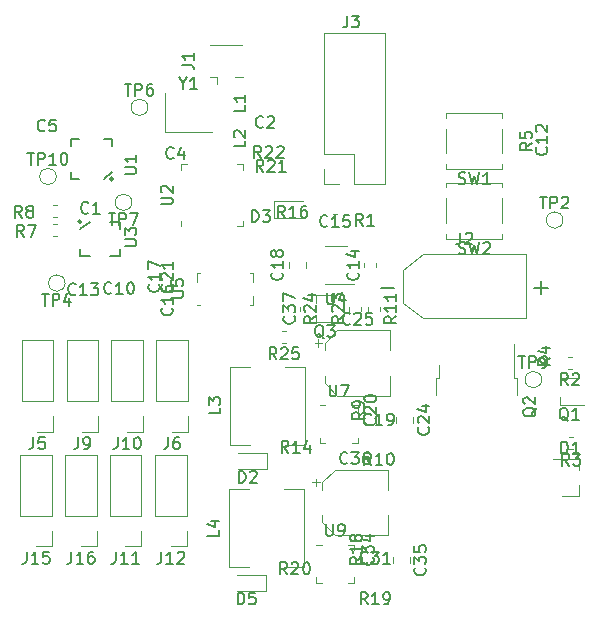
<source format=gto>
G04 #@! TF.GenerationSoftware,KiCad,Pcbnew,5.1.6*
G04 #@! TF.CreationDate,2020-08-22T22:17:50-04:00*
G04 #@! TF.ProjectId,ball-spider,62616c6c-2d73-4706-9964-65722e6b6963,rev?*
G04 #@! TF.SameCoordinates,Original*
G04 #@! TF.FileFunction,Legend,Top*
G04 #@! TF.FilePolarity,Positive*
%FSLAX46Y46*%
G04 Gerber Fmt 4.6, Leading zero omitted, Abs format (unit mm)*
G04 Created by KiCad (PCBNEW 5.1.6) date 2020-08-22 22:17:50*
%MOMM*%
%LPD*%
G01*
G04 APERTURE LIST*
%ADD10C,0.120000*%
%ADD11C,0.150000*%
G04 APERTURE END LIST*
D10*
X57565000Y-130590000D02*
X57090000Y-130590000D01*
X60310000Y-133810000D02*
X60310000Y-133335000D01*
X59835000Y-133810000D02*
X60310000Y-133810000D01*
X57090000Y-133810000D02*
X57090000Y-133335000D01*
X57565000Y-133810000D02*
X57090000Y-133810000D01*
X60310000Y-130590000D02*
X60310000Y-131065000D01*
X59835000Y-130590000D02*
X60310000Y-130590000D01*
X57865000Y-118790000D02*
X57390000Y-118790000D01*
X60610000Y-122010000D02*
X60610000Y-121535000D01*
X60135000Y-122010000D02*
X60610000Y-122010000D01*
X57390000Y-122010000D02*
X57390000Y-121535000D01*
X57865000Y-122010000D02*
X57390000Y-122010000D01*
X60610000Y-118790000D02*
X60610000Y-119265000D01*
X60135000Y-118790000D02*
X60610000Y-118790000D01*
X57890000Y-108490000D02*
X60340000Y-108490000D01*
X59690000Y-105270000D02*
X57890000Y-105270000D01*
X35100000Y-99400000D02*
G75*
G03*
X35100000Y-99400000I-700000J0D01*
G01*
X76200000Y-116600000D02*
G75*
G03*
X76200000Y-116600000I-700000J0D01*
G01*
X78000000Y-103100000D02*
G75*
G03*
X78000000Y-103100000I-700000J0D01*
G01*
X72870000Y-101270000D02*
X72870000Y-103330000D01*
X68130000Y-101270000D02*
X68130000Y-103330000D01*
X68130000Y-99930000D02*
X68130000Y-100330000D01*
X72870000Y-99930000D02*
X68130000Y-99930000D01*
X72870000Y-99930000D02*
X72870000Y-100330000D01*
X68130000Y-104670000D02*
X68130000Y-104270000D01*
X72870000Y-104670000D02*
X72870000Y-104270000D01*
X72870000Y-104670000D02*
X68130000Y-104670000D01*
X72870000Y-95370000D02*
X72870000Y-97430000D01*
X68130000Y-95370000D02*
X68130000Y-97430000D01*
X68130000Y-94030000D02*
X68130000Y-94430000D01*
X72870000Y-94030000D02*
X68130000Y-94030000D01*
X72870000Y-94030000D02*
X72870000Y-94430000D01*
X68130000Y-98770000D02*
X68130000Y-98370000D01*
X72870000Y-98770000D02*
X72870000Y-98370000D01*
X72870000Y-98770000D02*
X68130000Y-98770000D01*
X54550279Y-112490000D02*
X54224721Y-112490000D01*
X54550279Y-113510000D02*
X54224721Y-113510000D01*
X54690000Y-110437221D02*
X54690000Y-110762779D01*
X55710000Y-110437221D02*
X55710000Y-110762779D01*
X60910000Y-110762779D02*
X60910000Y-110437221D01*
X59890000Y-110762779D02*
X59890000Y-110437221D01*
X61490000Y-110437221D02*
X61490000Y-110762779D01*
X62510000Y-110437221D02*
X62510000Y-110762779D01*
X78762779Y-114690000D02*
X78437221Y-114690000D01*
X78762779Y-115710000D02*
X78437221Y-115710000D01*
X58480000Y-109440000D02*
X57070000Y-109440000D01*
X57070000Y-111760000D02*
X59100000Y-111760000D01*
X57070000Y-111760000D02*
X57070000Y-111100000D01*
X57070000Y-110100000D02*
X57070000Y-109440000D01*
X67520000Y-116430000D02*
X67520000Y-115330000D01*
X67250000Y-116430000D02*
X67520000Y-116430000D01*
X67250000Y-117930000D02*
X67250000Y-116430000D01*
X73880000Y-116430000D02*
X73880000Y-113600000D01*
X74150000Y-116430000D02*
X73880000Y-116430000D01*
X74150000Y-117930000D02*
X74150000Y-116430000D01*
X79180000Y-116440000D02*
X77770000Y-116440000D01*
X77770000Y-118760000D02*
X79800000Y-118760000D01*
X77770000Y-118760000D02*
X77770000Y-118100000D01*
X77770000Y-117100000D02*
X77770000Y-116440000D01*
X49700000Y-125900000D02*
X51400000Y-125900000D01*
X49700000Y-132500000D02*
X49700000Y-125900000D01*
X51400000Y-132500000D02*
X49700000Y-132500000D01*
X56100000Y-132500000D02*
X54400000Y-132500000D01*
X56100000Y-125900000D02*
X56100000Y-132500000D01*
X54400000Y-125900000D02*
X56100000Y-125900000D01*
X49800000Y-115500000D02*
X51500000Y-115500000D01*
X49800000Y-122100000D02*
X49800000Y-115500000D01*
X51500000Y-122100000D02*
X49800000Y-122100000D01*
X56200000Y-122100000D02*
X54500000Y-122100000D01*
X56200000Y-115500000D02*
X56200000Y-122100000D01*
X54500000Y-115500000D02*
X56200000Y-115500000D01*
X38530000Y-130730000D02*
X37200000Y-130730000D01*
X38530000Y-129400000D02*
X38530000Y-130730000D01*
X38530000Y-128130000D02*
X35870000Y-128130000D01*
X35870000Y-128130000D02*
X35870000Y-122990000D01*
X38530000Y-128130000D02*
X38530000Y-122990000D01*
X38530000Y-122990000D02*
X35870000Y-122990000D01*
X34730000Y-130730000D02*
X33400000Y-130730000D01*
X34730000Y-129400000D02*
X34730000Y-130730000D01*
X34730000Y-128130000D02*
X32070000Y-128130000D01*
X32070000Y-128130000D02*
X32070000Y-122990000D01*
X34730000Y-128130000D02*
X34730000Y-122990000D01*
X34730000Y-122990000D02*
X32070000Y-122990000D01*
X46130000Y-130730000D02*
X44800000Y-130730000D01*
X46130000Y-129400000D02*
X46130000Y-130730000D01*
X46130000Y-128130000D02*
X43470000Y-128130000D01*
X43470000Y-128130000D02*
X43470000Y-122990000D01*
X46130000Y-128130000D02*
X46130000Y-122990000D01*
X46130000Y-122990000D02*
X43470000Y-122990000D01*
X42290000Y-130730000D02*
X40960000Y-130730000D01*
X42290000Y-129400000D02*
X42290000Y-130730000D01*
X42290000Y-128130000D02*
X39630000Y-128130000D01*
X39630000Y-128130000D02*
X39630000Y-122990000D01*
X42290000Y-128130000D02*
X42290000Y-122990000D01*
X42290000Y-122990000D02*
X39630000Y-122990000D01*
X42430000Y-121030000D02*
X41100000Y-121030000D01*
X42430000Y-119700000D02*
X42430000Y-121030000D01*
X42430000Y-118430000D02*
X39770000Y-118430000D01*
X39770000Y-118430000D02*
X39770000Y-113290000D01*
X42430000Y-118430000D02*
X42430000Y-113290000D01*
X42430000Y-113290000D02*
X39770000Y-113290000D01*
X38630000Y-121030000D02*
X37300000Y-121030000D01*
X38630000Y-119700000D02*
X38630000Y-121030000D01*
X38630000Y-118430000D02*
X35970000Y-118430000D01*
X35970000Y-118430000D02*
X35970000Y-113290000D01*
X38630000Y-118430000D02*
X38630000Y-113290000D01*
X38630000Y-113290000D02*
X35970000Y-113290000D01*
X46230000Y-121030000D02*
X44900000Y-121030000D01*
X46230000Y-119700000D02*
X46230000Y-121030000D01*
X46230000Y-118430000D02*
X43570000Y-118430000D01*
X43570000Y-118430000D02*
X43570000Y-113290000D01*
X46230000Y-118430000D02*
X46230000Y-113290000D01*
X46230000Y-113290000D02*
X43570000Y-113290000D01*
X34830000Y-121030000D02*
X33500000Y-121030000D01*
X34830000Y-119700000D02*
X34830000Y-121030000D01*
X34830000Y-118430000D02*
X32170000Y-118430000D01*
X32170000Y-118430000D02*
X32170000Y-113290000D01*
X34830000Y-118430000D02*
X34830000Y-113290000D01*
X34830000Y-113290000D02*
X32170000Y-113290000D01*
X64450000Y-107300000D02*
X64450000Y-110120000D01*
X64450000Y-110120000D02*
X66150000Y-111420000D01*
X64450000Y-107300000D02*
X66150000Y-106000000D01*
X66150000Y-111420000D02*
X74870000Y-111420000D01*
X74870000Y-106000000D02*
X74870000Y-111420000D01*
X66150000Y-106000000D02*
X74870000Y-106000000D01*
X52885000Y-133115000D02*
X50400000Y-133115000D01*
X52885000Y-134485000D02*
X52885000Y-133115000D01*
X50400000Y-134485000D02*
X52885000Y-134485000D01*
X53515000Y-102885000D02*
X56000000Y-102885000D01*
X53515000Y-101515000D02*
X53515000Y-102885000D01*
X56000000Y-101515000D02*
X53515000Y-101515000D01*
X52985000Y-122815000D02*
X50500000Y-122815000D01*
X52985000Y-124185000D02*
X52985000Y-122815000D01*
X50500000Y-124185000D02*
X52985000Y-124185000D01*
X57087500Y-125002500D02*
X57087500Y-125627500D01*
X56775000Y-125315000D02*
X57400000Y-125315000D01*
X57640000Y-128695563D02*
X58704437Y-129760000D01*
X57640000Y-125304437D02*
X58704437Y-124240000D01*
X57640000Y-125304437D02*
X57640000Y-125940000D01*
X57640000Y-128695563D02*
X57640000Y-128060000D01*
X58704437Y-129760000D02*
X63160000Y-129760000D01*
X58704437Y-124240000D02*
X63160000Y-124240000D01*
X63160000Y-124240000D02*
X63160000Y-125940000D01*
X63160000Y-129760000D02*
X63160000Y-128060000D01*
X63590000Y-131641422D02*
X63590000Y-132158578D01*
X65010000Y-131641422D02*
X65010000Y-132158578D01*
X57287500Y-113202500D02*
X57287500Y-113827500D01*
X56975000Y-113515000D02*
X57600000Y-113515000D01*
X57840000Y-116895563D02*
X58904437Y-117960000D01*
X57840000Y-113504437D02*
X58904437Y-112440000D01*
X57840000Y-113504437D02*
X57840000Y-114140000D01*
X57840000Y-116895563D02*
X57840000Y-116260000D01*
X58904437Y-117960000D02*
X63360000Y-117960000D01*
X58904437Y-112440000D02*
X63360000Y-112440000D01*
X63360000Y-112440000D02*
X63360000Y-114140000D01*
X63360000Y-117960000D02*
X63360000Y-116260000D01*
X63890000Y-119741422D02*
X63890000Y-120258578D01*
X65310000Y-119741422D02*
X65310000Y-120258578D01*
X56210000Y-107158578D02*
X56210000Y-106641422D01*
X54790000Y-107158578D02*
X54790000Y-106641422D01*
X62210000Y-107062779D02*
X62210000Y-106737221D01*
X61190000Y-107062779D02*
X61190000Y-106737221D01*
X51750000Y-110250000D02*
X51500000Y-110250000D01*
X51750000Y-109500000D02*
X51750000Y-110250000D01*
X51750000Y-107550000D02*
X51500000Y-107550000D01*
X51750000Y-108300000D02*
X51750000Y-107550000D01*
X47050000Y-110250000D02*
X47300000Y-110250000D01*
X47050000Y-107550000D02*
X47300000Y-107550000D01*
X47050000Y-108300000D02*
X47050000Y-107550000D01*
X78850279Y-121490000D02*
X78524721Y-121490000D01*
X78850279Y-122510000D02*
X78524721Y-122510000D01*
X79360000Y-126480000D02*
X77900000Y-126480000D01*
X79360000Y-123320000D02*
X77200000Y-123320000D01*
X79360000Y-123320000D02*
X79360000Y-124250000D01*
X79360000Y-126480000D02*
X79360000Y-125550000D01*
X41500000Y-101600000D02*
G75*
G03*
X41500000Y-101600000I-700000J0D01*
G01*
X42850000Y-93550000D02*
G75*
G03*
X42850000Y-93550000I-700000J0D01*
G01*
X35850000Y-108430000D02*
G75*
G03*
X35850000Y-108430000I-700000J0D01*
G01*
D11*
X37240000Y-103230000D02*
G75*
G03*
X37240000Y-103230000I-150000J0D01*
G01*
X40490000Y-103230000D02*
X39640000Y-103230000D01*
X40490000Y-103830000D02*
X40490000Y-103230000D01*
X40490000Y-106130000D02*
X40490000Y-105530000D01*
X39640000Y-106130000D02*
X40490000Y-106130000D01*
X37940000Y-106130000D02*
X37090000Y-106130000D01*
X37090000Y-106130000D02*
X37090000Y-105530000D01*
X37090000Y-103830000D02*
X37940000Y-103230000D01*
D10*
X44300000Y-95650000D02*
X48300000Y-95650000D01*
X44300000Y-92350000D02*
X44300000Y-95650000D01*
X45690000Y-103135000D02*
X45690000Y-103610000D01*
X50910000Y-98390000D02*
X50435000Y-98390000D01*
X50910000Y-98865000D02*
X50910000Y-98390000D01*
X50910000Y-103610000D02*
X50435000Y-103610000D01*
X50910000Y-103135000D02*
X50910000Y-103610000D01*
X45690000Y-98390000D02*
X46165000Y-98390000D01*
X45690000Y-98865000D02*
X45690000Y-98390000D01*
D11*
X39940000Y-99630000D02*
G75*
G03*
X39940000Y-99630000I-150000J0D01*
G01*
X36390000Y-99630000D02*
X36995000Y-99630000D01*
X36390000Y-99025000D02*
X36390000Y-99630000D01*
X36390000Y-96230000D02*
X36390000Y-96835000D01*
X36995000Y-96230000D02*
X36390000Y-96230000D01*
X39185000Y-96230000D02*
X39790000Y-96230000D01*
X39790000Y-96230000D02*
X39790000Y-96835000D01*
X39790000Y-99025000D02*
X39185000Y-99630000D01*
D10*
X34807221Y-102810000D02*
X35132779Y-102810000D01*
X34807221Y-101790000D02*
X35132779Y-101790000D01*
X34817221Y-104410000D02*
X35142779Y-104410000D01*
X34817221Y-103390000D02*
X35142779Y-103390000D01*
X58537221Y-103610000D02*
X58862779Y-103610000D01*
X58537221Y-102590000D02*
X58862779Y-102590000D01*
X59060000Y-100070000D02*
X57730000Y-100070000D01*
X57730000Y-100070000D02*
X57730000Y-98740000D01*
X60330000Y-100070000D02*
X60330000Y-97470000D01*
X60330000Y-97470000D02*
X57730000Y-97470000D01*
X57730000Y-97470000D02*
X57730000Y-87250000D01*
X62930000Y-87250000D02*
X57730000Y-87250000D01*
X62930000Y-100070000D02*
X62930000Y-87250000D01*
X62930000Y-100070000D02*
X60330000Y-100070000D01*
X48100000Y-90985000D02*
X48740000Y-90985000D01*
X50900000Y-90985000D02*
X50260000Y-90985000D01*
X48740000Y-90985000D02*
X48740000Y-91615000D01*
X48150000Y-88265000D02*
X50850000Y-88265000D01*
D11*
X57938095Y-128832380D02*
X57938095Y-129641904D01*
X57985714Y-129737142D01*
X58033333Y-129784761D01*
X58128571Y-129832380D01*
X58319047Y-129832380D01*
X58414285Y-129784761D01*
X58461904Y-129737142D01*
X58509523Y-129641904D01*
X58509523Y-128832380D01*
X59033333Y-129832380D02*
X59223809Y-129832380D01*
X59319047Y-129784761D01*
X59366666Y-129737142D01*
X59461904Y-129594285D01*
X59509523Y-129403809D01*
X59509523Y-129022857D01*
X59461904Y-128927619D01*
X59414285Y-128880000D01*
X59319047Y-128832380D01*
X59128571Y-128832380D01*
X59033333Y-128880000D01*
X58985714Y-128927619D01*
X58938095Y-129022857D01*
X58938095Y-129260952D01*
X58985714Y-129356190D01*
X59033333Y-129403809D01*
X59128571Y-129451428D01*
X59319047Y-129451428D01*
X59414285Y-129403809D01*
X59461904Y-129356190D01*
X59509523Y-129260952D01*
X58238095Y-117032380D02*
X58238095Y-117841904D01*
X58285714Y-117937142D01*
X58333333Y-117984761D01*
X58428571Y-118032380D01*
X58619047Y-118032380D01*
X58714285Y-117984761D01*
X58761904Y-117937142D01*
X58809523Y-117841904D01*
X58809523Y-117032380D01*
X59190476Y-117032380D02*
X59857142Y-117032380D01*
X59428571Y-118032380D01*
X58028095Y-109232380D02*
X58028095Y-110041904D01*
X58075714Y-110137142D01*
X58123333Y-110184761D01*
X58218571Y-110232380D01*
X58409047Y-110232380D01*
X58504285Y-110184761D01*
X58551904Y-110137142D01*
X58599523Y-110041904D01*
X58599523Y-109232380D01*
X59504285Y-109565714D02*
X59504285Y-110232380D01*
X59266190Y-109184761D02*
X59028095Y-109899047D01*
X59647142Y-109899047D01*
X32661904Y-97404380D02*
X33233333Y-97404380D01*
X32947619Y-98404380D02*
X32947619Y-97404380D01*
X33566666Y-98404380D02*
X33566666Y-97404380D01*
X33947619Y-97404380D01*
X34042857Y-97452000D01*
X34090476Y-97499619D01*
X34138095Y-97594857D01*
X34138095Y-97737714D01*
X34090476Y-97832952D01*
X34042857Y-97880571D01*
X33947619Y-97928190D01*
X33566666Y-97928190D01*
X35090476Y-98404380D02*
X34519047Y-98404380D01*
X34804761Y-98404380D02*
X34804761Y-97404380D01*
X34709523Y-97547238D01*
X34614285Y-97642476D01*
X34519047Y-97690095D01*
X35709523Y-97404380D02*
X35804761Y-97404380D01*
X35900000Y-97452000D01*
X35947619Y-97499619D01*
X35995238Y-97594857D01*
X36042857Y-97785333D01*
X36042857Y-98023428D01*
X35995238Y-98213904D01*
X35947619Y-98309142D01*
X35900000Y-98356761D01*
X35804761Y-98404380D01*
X35709523Y-98404380D01*
X35614285Y-98356761D01*
X35566666Y-98309142D01*
X35519047Y-98213904D01*
X35471428Y-98023428D01*
X35471428Y-97785333D01*
X35519047Y-97594857D01*
X35566666Y-97499619D01*
X35614285Y-97452000D01*
X35709523Y-97404380D01*
X74238095Y-114604380D02*
X74809523Y-114604380D01*
X74523809Y-115604380D02*
X74523809Y-114604380D01*
X75142857Y-115604380D02*
X75142857Y-114604380D01*
X75523809Y-114604380D01*
X75619047Y-114652000D01*
X75666666Y-114699619D01*
X75714285Y-114794857D01*
X75714285Y-114937714D01*
X75666666Y-115032952D01*
X75619047Y-115080571D01*
X75523809Y-115128190D01*
X75142857Y-115128190D01*
X76190476Y-115604380D02*
X76380952Y-115604380D01*
X76476190Y-115556761D01*
X76523809Y-115509142D01*
X76619047Y-115366285D01*
X76666666Y-115175809D01*
X76666666Y-114794857D01*
X76619047Y-114699619D01*
X76571428Y-114652000D01*
X76476190Y-114604380D01*
X76285714Y-114604380D01*
X76190476Y-114652000D01*
X76142857Y-114699619D01*
X76095238Y-114794857D01*
X76095238Y-115032952D01*
X76142857Y-115128190D01*
X76190476Y-115175809D01*
X76285714Y-115223428D01*
X76476190Y-115223428D01*
X76571428Y-115175809D01*
X76619047Y-115128190D01*
X76666666Y-115032952D01*
X76038095Y-101104380D02*
X76609523Y-101104380D01*
X76323809Y-102104380D02*
X76323809Y-101104380D01*
X76942857Y-102104380D02*
X76942857Y-101104380D01*
X77323809Y-101104380D01*
X77419047Y-101152000D01*
X77466666Y-101199619D01*
X77514285Y-101294857D01*
X77514285Y-101437714D01*
X77466666Y-101532952D01*
X77419047Y-101580571D01*
X77323809Y-101628190D01*
X76942857Y-101628190D01*
X77895238Y-101199619D02*
X77942857Y-101152000D01*
X78038095Y-101104380D01*
X78276190Y-101104380D01*
X78371428Y-101152000D01*
X78419047Y-101199619D01*
X78466666Y-101294857D01*
X78466666Y-101390095D01*
X78419047Y-101532952D01*
X77847619Y-102104380D01*
X78466666Y-102104380D01*
X69166666Y-105904761D02*
X69309523Y-105952380D01*
X69547619Y-105952380D01*
X69642857Y-105904761D01*
X69690476Y-105857142D01*
X69738095Y-105761904D01*
X69738095Y-105666666D01*
X69690476Y-105571428D01*
X69642857Y-105523809D01*
X69547619Y-105476190D01*
X69357142Y-105428571D01*
X69261904Y-105380952D01*
X69214285Y-105333333D01*
X69166666Y-105238095D01*
X69166666Y-105142857D01*
X69214285Y-105047619D01*
X69261904Y-105000000D01*
X69357142Y-104952380D01*
X69595238Y-104952380D01*
X69738095Y-105000000D01*
X70071428Y-104952380D02*
X70309523Y-105952380D01*
X70500000Y-105238095D01*
X70690476Y-105952380D01*
X70928571Y-104952380D01*
X71261904Y-105047619D02*
X71309523Y-105000000D01*
X71404761Y-104952380D01*
X71642857Y-104952380D01*
X71738095Y-105000000D01*
X71785714Y-105047619D01*
X71833333Y-105142857D01*
X71833333Y-105238095D01*
X71785714Y-105380952D01*
X71214285Y-105952380D01*
X71833333Y-105952380D01*
X69166666Y-100004761D02*
X69309523Y-100052380D01*
X69547619Y-100052380D01*
X69642857Y-100004761D01*
X69690476Y-99957142D01*
X69738095Y-99861904D01*
X69738095Y-99766666D01*
X69690476Y-99671428D01*
X69642857Y-99623809D01*
X69547619Y-99576190D01*
X69357142Y-99528571D01*
X69261904Y-99480952D01*
X69214285Y-99433333D01*
X69166666Y-99338095D01*
X69166666Y-99242857D01*
X69214285Y-99147619D01*
X69261904Y-99100000D01*
X69357142Y-99052380D01*
X69595238Y-99052380D01*
X69738095Y-99100000D01*
X70071428Y-99052380D02*
X70309523Y-100052380D01*
X70500000Y-99338095D01*
X70690476Y-100052380D01*
X70928571Y-99052380D01*
X71833333Y-100052380D02*
X71261904Y-100052380D01*
X71547619Y-100052380D02*
X71547619Y-99052380D01*
X71452380Y-99195238D01*
X71357142Y-99290476D01*
X71261904Y-99338095D01*
X53744642Y-114882380D02*
X53411309Y-114406190D01*
X53173214Y-114882380D02*
X53173214Y-113882380D01*
X53554166Y-113882380D01*
X53649404Y-113930000D01*
X53697023Y-113977619D01*
X53744642Y-114072857D01*
X53744642Y-114215714D01*
X53697023Y-114310952D01*
X53649404Y-114358571D01*
X53554166Y-114406190D01*
X53173214Y-114406190D01*
X54125595Y-113977619D02*
X54173214Y-113930000D01*
X54268452Y-113882380D01*
X54506547Y-113882380D01*
X54601785Y-113930000D01*
X54649404Y-113977619D01*
X54697023Y-114072857D01*
X54697023Y-114168095D01*
X54649404Y-114310952D01*
X54077976Y-114882380D01*
X54697023Y-114882380D01*
X55601785Y-113882380D02*
X55125595Y-113882380D01*
X55077976Y-114358571D01*
X55125595Y-114310952D01*
X55220833Y-114263333D01*
X55458928Y-114263333D01*
X55554166Y-114310952D01*
X55601785Y-114358571D01*
X55649404Y-114453809D01*
X55649404Y-114691904D01*
X55601785Y-114787142D01*
X55554166Y-114834761D01*
X55458928Y-114882380D01*
X55220833Y-114882380D01*
X55125595Y-114834761D01*
X55077976Y-114787142D01*
X57082380Y-111242857D02*
X56606190Y-111576190D01*
X57082380Y-111814285D02*
X56082380Y-111814285D01*
X56082380Y-111433333D01*
X56130000Y-111338095D01*
X56177619Y-111290476D01*
X56272857Y-111242857D01*
X56415714Y-111242857D01*
X56510952Y-111290476D01*
X56558571Y-111338095D01*
X56606190Y-111433333D01*
X56606190Y-111814285D01*
X56177619Y-110861904D02*
X56130000Y-110814285D01*
X56082380Y-110719047D01*
X56082380Y-110480952D01*
X56130000Y-110385714D01*
X56177619Y-110338095D01*
X56272857Y-110290476D01*
X56368095Y-110290476D01*
X56510952Y-110338095D01*
X57082380Y-110909523D01*
X57082380Y-110290476D01*
X56415714Y-109433333D02*
X57082380Y-109433333D01*
X56034761Y-109671428D02*
X56749047Y-109909523D01*
X56749047Y-109290476D01*
X59422380Y-111242857D02*
X58946190Y-111576190D01*
X59422380Y-111814285D02*
X58422380Y-111814285D01*
X58422380Y-111433333D01*
X58470000Y-111338095D01*
X58517619Y-111290476D01*
X58612857Y-111242857D01*
X58755714Y-111242857D01*
X58850952Y-111290476D01*
X58898571Y-111338095D01*
X58946190Y-111433333D01*
X58946190Y-111814285D01*
X58517619Y-110861904D02*
X58470000Y-110814285D01*
X58422380Y-110719047D01*
X58422380Y-110480952D01*
X58470000Y-110385714D01*
X58517619Y-110338095D01*
X58612857Y-110290476D01*
X58708095Y-110290476D01*
X58850952Y-110338095D01*
X59422380Y-110909523D01*
X59422380Y-110290476D01*
X58422380Y-109957142D02*
X58422380Y-109338095D01*
X58803333Y-109671428D01*
X58803333Y-109528571D01*
X58850952Y-109433333D01*
X58898571Y-109385714D01*
X58993809Y-109338095D01*
X59231904Y-109338095D01*
X59327142Y-109385714D01*
X59374761Y-109433333D01*
X59422380Y-109528571D01*
X59422380Y-109814285D01*
X59374761Y-109909523D01*
X59327142Y-109957142D01*
X54657142Y-133082380D02*
X54323809Y-132606190D01*
X54085714Y-133082380D02*
X54085714Y-132082380D01*
X54466666Y-132082380D01*
X54561904Y-132130000D01*
X54609523Y-132177619D01*
X54657142Y-132272857D01*
X54657142Y-132415714D01*
X54609523Y-132510952D01*
X54561904Y-132558571D01*
X54466666Y-132606190D01*
X54085714Y-132606190D01*
X55038095Y-132177619D02*
X55085714Y-132130000D01*
X55180952Y-132082380D01*
X55419047Y-132082380D01*
X55514285Y-132130000D01*
X55561904Y-132177619D01*
X55609523Y-132272857D01*
X55609523Y-132368095D01*
X55561904Y-132510952D01*
X54990476Y-133082380D01*
X55609523Y-133082380D01*
X56228571Y-132082380D02*
X56323809Y-132082380D01*
X56419047Y-132130000D01*
X56466666Y-132177619D01*
X56514285Y-132272857D01*
X56561904Y-132463333D01*
X56561904Y-132701428D01*
X56514285Y-132891904D01*
X56466666Y-132987142D01*
X56419047Y-133034761D01*
X56323809Y-133082380D01*
X56228571Y-133082380D01*
X56133333Y-133034761D01*
X56085714Y-132987142D01*
X56038095Y-132891904D01*
X55990476Y-132701428D01*
X55990476Y-132463333D01*
X56038095Y-132272857D01*
X56085714Y-132177619D01*
X56133333Y-132130000D01*
X56228571Y-132082380D01*
X61457142Y-135622380D02*
X61123809Y-135146190D01*
X60885714Y-135622380D02*
X60885714Y-134622380D01*
X61266666Y-134622380D01*
X61361904Y-134670000D01*
X61409523Y-134717619D01*
X61457142Y-134812857D01*
X61457142Y-134955714D01*
X61409523Y-135050952D01*
X61361904Y-135098571D01*
X61266666Y-135146190D01*
X60885714Y-135146190D01*
X62409523Y-135622380D02*
X61838095Y-135622380D01*
X62123809Y-135622380D02*
X62123809Y-134622380D01*
X62028571Y-134765238D01*
X61933333Y-134860476D01*
X61838095Y-134908095D01*
X62885714Y-135622380D02*
X63076190Y-135622380D01*
X63171428Y-135574761D01*
X63219047Y-135527142D01*
X63314285Y-135384285D01*
X63361904Y-135193809D01*
X63361904Y-134812857D01*
X63314285Y-134717619D01*
X63266666Y-134670000D01*
X63171428Y-134622380D01*
X62980952Y-134622380D01*
X62885714Y-134670000D01*
X62838095Y-134717619D01*
X62790476Y-134812857D01*
X62790476Y-135050952D01*
X62838095Y-135146190D01*
X62885714Y-135193809D01*
X62980952Y-135241428D01*
X63171428Y-135241428D01*
X63266666Y-135193809D01*
X63314285Y-135146190D01*
X63361904Y-135050952D01*
X60982380Y-131642857D02*
X60506190Y-131976190D01*
X60982380Y-132214285D02*
X59982380Y-132214285D01*
X59982380Y-131833333D01*
X60030000Y-131738095D01*
X60077619Y-131690476D01*
X60172857Y-131642857D01*
X60315714Y-131642857D01*
X60410952Y-131690476D01*
X60458571Y-131738095D01*
X60506190Y-131833333D01*
X60506190Y-132214285D01*
X60982380Y-130690476D02*
X60982380Y-131261904D01*
X60982380Y-130976190D02*
X59982380Y-130976190D01*
X60125238Y-131071428D01*
X60220476Y-131166666D01*
X60268095Y-131261904D01*
X60410952Y-130119047D02*
X60363333Y-130214285D01*
X60315714Y-130261904D01*
X60220476Y-130309523D01*
X60172857Y-130309523D01*
X60077619Y-130261904D01*
X60030000Y-130214285D01*
X59982380Y-130119047D01*
X59982380Y-129928571D01*
X60030000Y-129833333D01*
X60077619Y-129785714D01*
X60172857Y-129738095D01*
X60220476Y-129738095D01*
X60315714Y-129785714D01*
X60363333Y-129833333D01*
X60410952Y-129928571D01*
X60410952Y-130119047D01*
X60458571Y-130214285D01*
X60506190Y-130261904D01*
X60601428Y-130309523D01*
X60791904Y-130309523D01*
X60887142Y-130261904D01*
X60934761Y-130214285D01*
X60982380Y-130119047D01*
X60982380Y-129928571D01*
X60934761Y-129833333D01*
X60887142Y-129785714D01*
X60791904Y-129738095D01*
X60601428Y-129738095D01*
X60506190Y-129785714D01*
X60458571Y-129833333D01*
X60410952Y-129928571D01*
X54457142Y-102882380D02*
X54123809Y-102406190D01*
X53885714Y-102882380D02*
X53885714Y-101882380D01*
X54266666Y-101882380D01*
X54361904Y-101930000D01*
X54409523Y-101977619D01*
X54457142Y-102072857D01*
X54457142Y-102215714D01*
X54409523Y-102310952D01*
X54361904Y-102358571D01*
X54266666Y-102406190D01*
X53885714Y-102406190D01*
X55409523Y-102882380D02*
X54838095Y-102882380D01*
X55123809Y-102882380D02*
X55123809Y-101882380D01*
X55028571Y-102025238D01*
X54933333Y-102120476D01*
X54838095Y-102168095D01*
X56266666Y-101882380D02*
X56076190Y-101882380D01*
X55980952Y-101930000D01*
X55933333Y-101977619D01*
X55838095Y-102120476D01*
X55790476Y-102310952D01*
X55790476Y-102691904D01*
X55838095Y-102787142D01*
X55885714Y-102834761D01*
X55980952Y-102882380D01*
X56171428Y-102882380D01*
X56266666Y-102834761D01*
X56314285Y-102787142D01*
X56361904Y-102691904D01*
X56361904Y-102453809D01*
X56314285Y-102358571D01*
X56266666Y-102310952D01*
X56171428Y-102263333D01*
X55980952Y-102263333D01*
X55885714Y-102310952D01*
X55838095Y-102358571D01*
X55790476Y-102453809D01*
X54757142Y-122782380D02*
X54423809Y-122306190D01*
X54185714Y-122782380D02*
X54185714Y-121782380D01*
X54566666Y-121782380D01*
X54661904Y-121830000D01*
X54709523Y-121877619D01*
X54757142Y-121972857D01*
X54757142Y-122115714D01*
X54709523Y-122210952D01*
X54661904Y-122258571D01*
X54566666Y-122306190D01*
X54185714Y-122306190D01*
X55709523Y-122782380D02*
X55138095Y-122782380D01*
X55423809Y-122782380D02*
X55423809Y-121782380D01*
X55328571Y-121925238D01*
X55233333Y-122020476D01*
X55138095Y-122068095D01*
X56566666Y-122115714D02*
X56566666Y-122782380D01*
X56328571Y-121734761D02*
X56090476Y-122449047D01*
X56709523Y-122449047D01*
X63882380Y-111242857D02*
X63406190Y-111576190D01*
X63882380Y-111814285D02*
X62882380Y-111814285D01*
X62882380Y-111433333D01*
X62930000Y-111338095D01*
X62977619Y-111290476D01*
X63072857Y-111242857D01*
X63215714Y-111242857D01*
X63310952Y-111290476D01*
X63358571Y-111338095D01*
X63406190Y-111433333D01*
X63406190Y-111814285D01*
X63882380Y-110290476D02*
X63882380Y-110861904D01*
X63882380Y-110576190D02*
X62882380Y-110576190D01*
X63025238Y-110671428D01*
X63120476Y-110766666D01*
X63168095Y-110861904D01*
X63882380Y-109338095D02*
X63882380Y-109909523D01*
X63882380Y-109623809D02*
X62882380Y-109623809D01*
X63025238Y-109719047D01*
X63120476Y-109814285D01*
X63168095Y-109909523D01*
X61757142Y-123822380D02*
X61423809Y-123346190D01*
X61185714Y-123822380D02*
X61185714Y-122822380D01*
X61566666Y-122822380D01*
X61661904Y-122870000D01*
X61709523Y-122917619D01*
X61757142Y-123012857D01*
X61757142Y-123155714D01*
X61709523Y-123250952D01*
X61661904Y-123298571D01*
X61566666Y-123346190D01*
X61185714Y-123346190D01*
X62709523Y-123822380D02*
X62138095Y-123822380D01*
X62423809Y-123822380D02*
X62423809Y-122822380D01*
X62328571Y-122965238D01*
X62233333Y-123060476D01*
X62138095Y-123108095D01*
X63328571Y-122822380D02*
X63423809Y-122822380D01*
X63519047Y-122870000D01*
X63566666Y-122917619D01*
X63614285Y-123012857D01*
X63661904Y-123203333D01*
X63661904Y-123441428D01*
X63614285Y-123631904D01*
X63566666Y-123727142D01*
X63519047Y-123774761D01*
X63423809Y-123822380D01*
X63328571Y-123822380D01*
X63233333Y-123774761D01*
X63185714Y-123727142D01*
X63138095Y-123631904D01*
X63090476Y-123441428D01*
X63090476Y-123203333D01*
X63138095Y-123012857D01*
X63185714Y-122917619D01*
X63233333Y-122870000D01*
X63328571Y-122822380D01*
X61182380Y-119366666D02*
X60706190Y-119700000D01*
X61182380Y-119938095D02*
X60182380Y-119938095D01*
X60182380Y-119557142D01*
X60230000Y-119461904D01*
X60277619Y-119414285D01*
X60372857Y-119366666D01*
X60515714Y-119366666D01*
X60610952Y-119414285D01*
X60658571Y-119461904D01*
X60706190Y-119557142D01*
X60706190Y-119938095D01*
X61182380Y-118890476D02*
X61182380Y-118700000D01*
X61134761Y-118604761D01*
X61087142Y-118557142D01*
X60944285Y-118461904D01*
X60753809Y-118414285D01*
X60372857Y-118414285D01*
X60277619Y-118461904D01*
X60230000Y-118509523D01*
X60182380Y-118604761D01*
X60182380Y-118795238D01*
X60230000Y-118890476D01*
X60277619Y-118938095D01*
X60372857Y-118985714D01*
X60610952Y-118985714D01*
X60706190Y-118938095D01*
X60753809Y-118890476D01*
X60801428Y-118795238D01*
X60801428Y-118604761D01*
X60753809Y-118509523D01*
X60706190Y-118461904D01*
X60610952Y-118414285D01*
X75382380Y-96566666D02*
X74906190Y-96900000D01*
X75382380Y-97138095D02*
X74382380Y-97138095D01*
X74382380Y-96757142D01*
X74430000Y-96661904D01*
X74477619Y-96614285D01*
X74572857Y-96566666D01*
X74715714Y-96566666D01*
X74810952Y-96614285D01*
X74858571Y-96661904D01*
X74906190Y-96757142D01*
X74906190Y-97138095D01*
X74382380Y-95661904D02*
X74382380Y-96138095D01*
X74858571Y-96185714D01*
X74810952Y-96138095D01*
X74763333Y-96042857D01*
X74763333Y-95804761D01*
X74810952Y-95709523D01*
X74858571Y-95661904D01*
X74953809Y-95614285D01*
X75191904Y-95614285D01*
X75287142Y-95661904D01*
X75334761Y-95709523D01*
X75382380Y-95804761D01*
X75382380Y-96042857D01*
X75334761Y-96138095D01*
X75287142Y-96185714D01*
X76922380Y-114766666D02*
X76446190Y-115100000D01*
X76922380Y-115338095D02*
X75922380Y-115338095D01*
X75922380Y-114957142D01*
X75970000Y-114861904D01*
X76017619Y-114814285D01*
X76112857Y-114766666D01*
X76255714Y-114766666D01*
X76350952Y-114814285D01*
X76398571Y-114861904D01*
X76446190Y-114957142D01*
X76446190Y-115338095D01*
X76255714Y-113909523D02*
X76922380Y-113909523D01*
X75874761Y-114147619D02*
X76589047Y-114385714D01*
X76589047Y-113766666D01*
X78433333Y-117082380D02*
X78100000Y-116606190D01*
X77861904Y-117082380D02*
X77861904Y-116082380D01*
X78242857Y-116082380D01*
X78338095Y-116130000D01*
X78385714Y-116177619D01*
X78433333Y-116272857D01*
X78433333Y-116415714D01*
X78385714Y-116510952D01*
X78338095Y-116558571D01*
X78242857Y-116606190D01*
X77861904Y-116606190D01*
X78814285Y-116177619D02*
X78861904Y-116130000D01*
X78957142Y-116082380D01*
X79195238Y-116082380D01*
X79290476Y-116130000D01*
X79338095Y-116177619D01*
X79385714Y-116272857D01*
X79385714Y-116368095D01*
X79338095Y-116510952D01*
X78766666Y-117082380D01*
X79385714Y-117082380D01*
X57754761Y-113097619D02*
X57659523Y-113050000D01*
X57564285Y-112954761D01*
X57421428Y-112811904D01*
X57326190Y-112764285D01*
X57230952Y-112764285D01*
X57278571Y-113002380D02*
X57183333Y-112954761D01*
X57088095Y-112859523D01*
X57040476Y-112669047D01*
X57040476Y-112335714D01*
X57088095Y-112145238D01*
X57183333Y-112050000D01*
X57278571Y-112002380D01*
X57469047Y-112002380D01*
X57564285Y-112050000D01*
X57659523Y-112145238D01*
X57707142Y-112335714D01*
X57707142Y-112669047D01*
X57659523Y-112859523D01*
X57564285Y-112954761D01*
X57469047Y-113002380D01*
X57278571Y-113002380D01*
X58040476Y-112002380D02*
X58659523Y-112002380D01*
X58326190Y-112383333D01*
X58469047Y-112383333D01*
X58564285Y-112430952D01*
X58611904Y-112478571D01*
X58659523Y-112573809D01*
X58659523Y-112811904D01*
X58611904Y-112907142D01*
X58564285Y-112954761D01*
X58469047Y-113002380D01*
X58183333Y-113002380D01*
X58088095Y-112954761D01*
X58040476Y-112907142D01*
X75747619Y-118995238D02*
X75700000Y-119090476D01*
X75604761Y-119185714D01*
X75461904Y-119328571D01*
X75414285Y-119423809D01*
X75414285Y-119519047D01*
X75652380Y-119471428D02*
X75604761Y-119566666D01*
X75509523Y-119661904D01*
X75319047Y-119709523D01*
X74985714Y-119709523D01*
X74795238Y-119661904D01*
X74700000Y-119566666D01*
X74652380Y-119471428D01*
X74652380Y-119280952D01*
X74700000Y-119185714D01*
X74795238Y-119090476D01*
X74985714Y-119042857D01*
X75319047Y-119042857D01*
X75509523Y-119090476D01*
X75604761Y-119185714D01*
X75652380Y-119280952D01*
X75652380Y-119471428D01*
X74747619Y-118661904D02*
X74700000Y-118614285D01*
X74652380Y-118519047D01*
X74652380Y-118280952D01*
X74700000Y-118185714D01*
X74747619Y-118138095D01*
X74842857Y-118090476D01*
X74938095Y-118090476D01*
X75080952Y-118138095D01*
X75652380Y-118709523D01*
X75652380Y-118090476D01*
X78454761Y-120097619D02*
X78359523Y-120050000D01*
X78264285Y-119954761D01*
X78121428Y-119811904D01*
X78026190Y-119764285D01*
X77930952Y-119764285D01*
X77978571Y-120002380D02*
X77883333Y-119954761D01*
X77788095Y-119859523D01*
X77740476Y-119669047D01*
X77740476Y-119335714D01*
X77788095Y-119145238D01*
X77883333Y-119050000D01*
X77978571Y-119002380D01*
X78169047Y-119002380D01*
X78264285Y-119050000D01*
X78359523Y-119145238D01*
X78407142Y-119335714D01*
X78407142Y-119669047D01*
X78359523Y-119859523D01*
X78264285Y-119954761D01*
X78169047Y-120002380D01*
X77978571Y-120002380D01*
X79359523Y-120002380D02*
X78788095Y-120002380D01*
X79073809Y-120002380D02*
X79073809Y-119002380D01*
X78978571Y-119145238D01*
X78883333Y-119240476D01*
X78788095Y-119288095D01*
X48902380Y-129366666D02*
X48902380Y-129842857D01*
X47902380Y-129842857D01*
X48235714Y-128604761D02*
X48902380Y-128604761D01*
X47854761Y-128842857D02*
X48569047Y-129080952D01*
X48569047Y-128461904D01*
X49002380Y-118966666D02*
X49002380Y-119442857D01*
X48002380Y-119442857D01*
X48002380Y-118728571D02*
X48002380Y-118109523D01*
X48383333Y-118442857D01*
X48383333Y-118300000D01*
X48430952Y-118204761D01*
X48478571Y-118157142D01*
X48573809Y-118109523D01*
X48811904Y-118109523D01*
X48907142Y-118157142D01*
X48954761Y-118204761D01*
X49002380Y-118300000D01*
X49002380Y-118585714D01*
X48954761Y-118680952D01*
X48907142Y-118728571D01*
X36390476Y-131182380D02*
X36390476Y-131896666D01*
X36342857Y-132039523D01*
X36247619Y-132134761D01*
X36104761Y-132182380D01*
X36009523Y-132182380D01*
X37390476Y-132182380D02*
X36819047Y-132182380D01*
X37104761Y-132182380D02*
X37104761Y-131182380D01*
X37009523Y-131325238D01*
X36914285Y-131420476D01*
X36819047Y-131468095D01*
X38247619Y-131182380D02*
X38057142Y-131182380D01*
X37961904Y-131230000D01*
X37914285Y-131277619D01*
X37819047Y-131420476D01*
X37771428Y-131610952D01*
X37771428Y-131991904D01*
X37819047Y-132087142D01*
X37866666Y-132134761D01*
X37961904Y-132182380D01*
X38152380Y-132182380D01*
X38247619Y-132134761D01*
X38295238Y-132087142D01*
X38342857Y-131991904D01*
X38342857Y-131753809D01*
X38295238Y-131658571D01*
X38247619Y-131610952D01*
X38152380Y-131563333D01*
X37961904Y-131563333D01*
X37866666Y-131610952D01*
X37819047Y-131658571D01*
X37771428Y-131753809D01*
X32590476Y-131182380D02*
X32590476Y-131896666D01*
X32542857Y-132039523D01*
X32447619Y-132134761D01*
X32304761Y-132182380D01*
X32209523Y-132182380D01*
X33590476Y-132182380D02*
X33019047Y-132182380D01*
X33304761Y-132182380D02*
X33304761Y-131182380D01*
X33209523Y-131325238D01*
X33114285Y-131420476D01*
X33019047Y-131468095D01*
X34495238Y-131182380D02*
X34019047Y-131182380D01*
X33971428Y-131658571D01*
X34019047Y-131610952D01*
X34114285Y-131563333D01*
X34352380Y-131563333D01*
X34447619Y-131610952D01*
X34495238Y-131658571D01*
X34542857Y-131753809D01*
X34542857Y-131991904D01*
X34495238Y-132087142D01*
X34447619Y-132134761D01*
X34352380Y-132182380D01*
X34114285Y-132182380D01*
X34019047Y-132134761D01*
X33971428Y-132087142D01*
X43990476Y-131182380D02*
X43990476Y-131896666D01*
X43942857Y-132039523D01*
X43847619Y-132134761D01*
X43704761Y-132182380D01*
X43609523Y-132182380D01*
X44990476Y-132182380D02*
X44419047Y-132182380D01*
X44704761Y-132182380D02*
X44704761Y-131182380D01*
X44609523Y-131325238D01*
X44514285Y-131420476D01*
X44419047Y-131468095D01*
X45371428Y-131277619D02*
X45419047Y-131230000D01*
X45514285Y-131182380D01*
X45752380Y-131182380D01*
X45847619Y-131230000D01*
X45895238Y-131277619D01*
X45942857Y-131372857D01*
X45942857Y-131468095D01*
X45895238Y-131610952D01*
X45323809Y-132182380D01*
X45942857Y-132182380D01*
X40150476Y-131182380D02*
X40150476Y-131896666D01*
X40102857Y-132039523D01*
X40007619Y-132134761D01*
X39864761Y-132182380D01*
X39769523Y-132182380D01*
X41150476Y-132182380D02*
X40579047Y-132182380D01*
X40864761Y-132182380D02*
X40864761Y-131182380D01*
X40769523Y-131325238D01*
X40674285Y-131420476D01*
X40579047Y-131468095D01*
X42102857Y-132182380D02*
X41531428Y-132182380D01*
X41817142Y-132182380D02*
X41817142Y-131182380D01*
X41721904Y-131325238D01*
X41626666Y-131420476D01*
X41531428Y-131468095D01*
X40290476Y-121482380D02*
X40290476Y-122196666D01*
X40242857Y-122339523D01*
X40147619Y-122434761D01*
X40004761Y-122482380D01*
X39909523Y-122482380D01*
X41290476Y-122482380D02*
X40719047Y-122482380D01*
X41004761Y-122482380D02*
X41004761Y-121482380D01*
X40909523Y-121625238D01*
X40814285Y-121720476D01*
X40719047Y-121768095D01*
X41909523Y-121482380D02*
X42004761Y-121482380D01*
X42100000Y-121530000D01*
X42147619Y-121577619D01*
X42195238Y-121672857D01*
X42242857Y-121863333D01*
X42242857Y-122101428D01*
X42195238Y-122291904D01*
X42147619Y-122387142D01*
X42100000Y-122434761D01*
X42004761Y-122482380D01*
X41909523Y-122482380D01*
X41814285Y-122434761D01*
X41766666Y-122387142D01*
X41719047Y-122291904D01*
X41671428Y-122101428D01*
X41671428Y-121863333D01*
X41719047Y-121672857D01*
X41766666Y-121577619D01*
X41814285Y-121530000D01*
X41909523Y-121482380D01*
X36966666Y-121482380D02*
X36966666Y-122196666D01*
X36919047Y-122339523D01*
X36823809Y-122434761D01*
X36680952Y-122482380D01*
X36585714Y-122482380D01*
X37490476Y-122482380D02*
X37680952Y-122482380D01*
X37776190Y-122434761D01*
X37823809Y-122387142D01*
X37919047Y-122244285D01*
X37966666Y-122053809D01*
X37966666Y-121672857D01*
X37919047Y-121577619D01*
X37871428Y-121530000D01*
X37776190Y-121482380D01*
X37585714Y-121482380D01*
X37490476Y-121530000D01*
X37442857Y-121577619D01*
X37395238Y-121672857D01*
X37395238Y-121910952D01*
X37442857Y-122006190D01*
X37490476Y-122053809D01*
X37585714Y-122101428D01*
X37776190Y-122101428D01*
X37871428Y-122053809D01*
X37919047Y-122006190D01*
X37966666Y-121910952D01*
X44566666Y-121482380D02*
X44566666Y-122196666D01*
X44519047Y-122339523D01*
X44423809Y-122434761D01*
X44280952Y-122482380D01*
X44185714Y-122482380D01*
X45471428Y-121482380D02*
X45280952Y-121482380D01*
X45185714Y-121530000D01*
X45138095Y-121577619D01*
X45042857Y-121720476D01*
X44995238Y-121910952D01*
X44995238Y-122291904D01*
X45042857Y-122387142D01*
X45090476Y-122434761D01*
X45185714Y-122482380D01*
X45376190Y-122482380D01*
X45471428Y-122434761D01*
X45519047Y-122387142D01*
X45566666Y-122291904D01*
X45566666Y-122053809D01*
X45519047Y-121958571D01*
X45471428Y-121910952D01*
X45376190Y-121863333D01*
X45185714Y-121863333D01*
X45090476Y-121910952D01*
X45042857Y-121958571D01*
X44995238Y-122053809D01*
X33166666Y-121482380D02*
X33166666Y-122196666D01*
X33119047Y-122339523D01*
X33023809Y-122434761D01*
X32880952Y-122482380D01*
X32785714Y-122482380D01*
X34119047Y-121482380D02*
X33642857Y-121482380D01*
X33595238Y-121958571D01*
X33642857Y-121910952D01*
X33738095Y-121863333D01*
X33976190Y-121863333D01*
X34071428Y-121910952D01*
X34119047Y-121958571D01*
X34166666Y-122053809D01*
X34166666Y-122291904D01*
X34119047Y-122387142D01*
X34071428Y-122434761D01*
X33976190Y-122482380D01*
X33738095Y-122482380D01*
X33642857Y-122434761D01*
X33595238Y-122387142D01*
X69326666Y-104162380D02*
X69326666Y-104876666D01*
X69279047Y-105019523D01*
X69183809Y-105114761D01*
X69040952Y-105162380D01*
X68945714Y-105162380D01*
X69755238Y-104257619D02*
X69802857Y-104210000D01*
X69898095Y-104162380D01*
X70136190Y-104162380D01*
X70231428Y-104210000D01*
X70279047Y-104257619D01*
X70326666Y-104352857D01*
X70326666Y-104448095D01*
X70279047Y-104590952D01*
X69707619Y-105162380D01*
X70326666Y-105162380D01*
X62588571Y-108817142D02*
X63731428Y-108817142D01*
X75588571Y-108817142D02*
X76731428Y-108817142D01*
X76160000Y-109388571D02*
X76160000Y-108245714D01*
X50461904Y-135632380D02*
X50461904Y-134632380D01*
X50700000Y-134632380D01*
X50842857Y-134680000D01*
X50938095Y-134775238D01*
X50985714Y-134870476D01*
X51033333Y-135060952D01*
X51033333Y-135203809D01*
X50985714Y-135394285D01*
X50938095Y-135489523D01*
X50842857Y-135584761D01*
X50700000Y-135632380D01*
X50461904Y-135632380D01*
X51938095Y-134632380D02*
X51461904Y-134632380D01*
X51414285Y-135108571D01*
X51461904Y-135060952D01*
X51557142Y-135013333D01*
X51795238Y-135013333D01*
X51890476Y-135060952D01*
X51938095Y-135108571D01*
X51985714Y-135203809D01*
X51985714Y-135441904D01*
X51938095Y-135537142D01*
X51890476Y-135584761D01*
X51795238Y-135632380D01*
X51557142Y-135632380D01*
X51461904Y-135584761D01*
X51414285Y-135537142D01*
X51661904Y-103252380D02*
X51661904Y-102252380D01*
X51900000Y-102252380D01*
X52042857Y-102300000D01*
X52138095Y-102395238D01*
X52185714Y-102490476D01*
X52233333Y-102680952D01*
X52233333Y-102823809D01*
X52185714Y-103014285D01*
X52138095Y-103109523D01*
X52042857Y-103204761D01*
X51900000Y-103252380D01*
X51661904Y-103252380D01*
X52566666Y-102252380D02*
X53185714Y-102252380D01*
X52852380Y-102633333D01*
X52995238Y-102633333D01*
X53090476Y-102680952D01*
X53138095Y-102728571D01*
X53185714Y-102823809D01*
X53185714Y-103061904D01*
X53138095Y-103157142D01*
X53090476Y-103204761D01*
X52995238Y-103252380D01*
X52709523Y-103252380D01*
X52614285Y-103204761D01*
X52566666Y-103157142D01*
X50561904Y-125332380D02*
X50561904Y-124332380D01*
X50800000Y-124332380D01*
X50942857Y-124380000D01*
X51038095Y-124475238D01*
X51085714Y-124570476D01*
X51133333Y-124760952D01*
X51133333Y-124903809D01*
X51085714Y-125094285D01*
X51038095Y-125189523D01*
X50942857Y-125284761D01*
X50800000Y-125332380D01*
X50561904Y-125332380D01*
X51514285Y-124427619D02*
X51561904Y-124380000D01*
X51657142Y-124332380D01*
X51895238Y-124332380D01*
X51990476Y-124380000D01*
X52038095Y-124427619D01*
X52085714Y-124522857D01*
X52085714Y-124618095D01*
X52038095Y-124760952D01*
X51466666Y-125332380D01*
X52085714Y-125332380D01*
X55227142Y-111242857D02*
X55274761Y-111290476D01*
X55322380Y-111433333D01*
X55322380Y-111528571D01*
X55274761Y-111671428D01*
X55179523Y-111766666D01*
X55084285Y-111814285D01*
X54893809Y-111861904D01*
X54750952Y-111861904D01*
X54560476Y-111814285D01*
X54465238Y-111766666D01*
X54370000Y-111671428D01*
X54322380Y-111528571D01*
X54322380Y-111433333D01*
X54370000Y-111290476D01*
X54417619Y-111242857D01*
X54322380Y-110909523D02*
X54322380Y-110290476D01*
X54703333Y-110623809D01*
X54703333Y-110480952D01*
X54750952Y-110385714D01*
X54798571Y-110338095D01*
X54893809Y-110290476D01*
X55131904Y-110290476D01*
X55227142Y-110338095D01*
X55274761Y-110385714D01*
X55322380Y-110480952D01*
X55322380Y-110766666D01*
X55274761Y-110861904D01*
X55227142Y-110909523D01*
X54322380Y-109957142D02*
X54322380Y-109290476D01*
X55322380Y-109719047D01*
X59757142Y-123657142D02*
X59709523Y-123704761D01*
X59566666Y-123752380D01*
X59471428Y-123752380D01*
X59328571Y-123704761D01*
X59233333Y-123609523D01*
X59185714Y-123514285D01*
X59138095Y-123323809D01*
X59138095Y-123180952D01*
X59185714Y-122990476D01*
X59233333Y-122895238D01*
X59328571Y-122800000D01*
X59471428Y-122752380D01*
X59566666Y-122752380D01*
X59709523Y-122800000D01*
X59757142Y-122847619D01*
X60090476Y-122752380D02*
X60709523Y-122752380D01*
X60376190Y-123133333D01*
X60519047Y-123133333D01*
X60614285Y-123180952D01*
X60661904Y-123228571D01*
X60709523Y-123323809D01*
X60709523Y-123561904D01*
X60661904Y-123657142D01*
X60614285Y-123704761D01*
X60519047Y-123752380D01*
X60233333Y-123752380D01*
X60138095Y-123704761D01*
X60090476Y-123657142D01*
X61566666Y-122752380D02*
X61376190Y-122752380D01*
X61280952Y-122800000D01*
X61233333Y-122847619D01*
X61138095Y-122990476D01*
X61090476Y-123180952D01*
X61090476Y-123561904D01*
X61138095Y-123657142D01*
X61185714Y-123704761D01*
X61280952Y-123752380D01*
X61471428Y-123752380D01*
X61566666Y-123704761D01*
X61614285Y-123657142D01*
X61661904Y-123561904D01*
X61661904Y-123323809D01*
X61614285Y-123228571D01*
X61566666Y-123180952D01*
X61471428Y-123133333D01*
X61280952Y-123133333D01*
X61185714Y-123180952D01*
X61138095Y-123228571D01*
X61090476Y-123323809D01*
X66307142Y-132542857D02*
X66354761Y-132590476D01*
X66402380Y-132733333D01*
X66402380Y-132828571D01*
X66354761Y-132971428D01*
X66259523Y-133066666D01*
X66164285Y-133114285D01*
X65973809Y-133161904D01*
X65830952Y-133161904D01*
X65640476Y-133114285D01*
X65545238Y-133066666D01*
X65450000Y-132971428D01*
X65402380Y-132828571D01*
X65402380Y-132733333D01*
X65450000Y-132590476D01*
X65497619Y-132542857D01*
X65402380Y-132209523D02*
X65402380Y-131590476D01*
X65783333Y-131923809D01*
X65783333Y-131780952D01*
X65830952Y-131685714D01*
X65878571Y-131638095D01*
X65973809Y-131590476D01*
X66211904Y-131590476D01*
X66307142Y-131638095D01*
X66354761Y-131685714D01*
X66402380Y-131780952D01*
X66402380Y-132066666D01*
X66354761Y-132161904D01*
X66307142Y-132209523D01*
X65402380Y-130685714D02*
X65402380Y-131161904D01*
X65878571Y-131209523D01*
X65830952Y-131161904D01*
X65783333Y-131066666D01*
X65783333Y-130828571D01*
X65830952Y-130733333D01*
X65878571Y-130685714D01*
X65973809Y-130638095D01*
X66211904Y-130638095D01*
X66307142Y-130685714D01*
X66354761Y-130733333D01*
X66402380Y-130828571D01*
X66402380Y-131066666D01*
X66354761Y-131161904D01*
X66307142Y-131209523D01*
X61887142Y-131642857D02*
X61934761Y-131690476D01*
X61982380Y-131833333D01*
X61982380Y-131928571D01*
X61934761Y-132071428D01*
X61839523Y-132166666D01*
X61744285Y-132214285D01*
X61553809Y-132261904D01*
X61410952Y-132261904D01*
X61220476Y-132214285D01*
X61125238Y-132166666D01*
X61030000Y-132071428D01*
X60982380Y-131928571D01*
X60982380Y-131833333D01*
X61030000Y-131690476D01*
X61077619Y-131642857D01*
X60982380Y-131309523D02*
X60982380Y-130690476D01*
X61363333Y-131023809D01*
X61363333Y-130880952D01*
X61410952Y-130785714D01*
X61458571Y-130738095D01*
X61553809Y-130690476D01*
X61791904Y-130690476D01*
X61887142Y-130738095D01*
X61934761Y-130785714D01*
X61982380Y-130880952D01*
X61982380Y-131166666D01*
X61934761Y-131261904D01*
X61887142Y-131309523D01*
X61315714Y-129833333D02*
X61982380Y-129833333D01*
X60934761Y-130071428D02*
X61649047Y-130309523D01*
X61649047Y-129690476D01*
X61457142Y-132087142D02*
X61409523Y-132134761D01*
X61266666Y-132182380D01*
X61171428Y-132182380D01*
X61028571Y-132134761D01*
X60933333Y-132039523D01*
X60885714Y-131944285D01*
X60838095Y-131753809D01*
X60838095Y-131610952D01*
X60885714Y-131420476D01*
X60933333Y-131325238D01*
X61028571Y-131230000D01*
X61171428Y-131182380D01*
X61266666Y-131182380D01*
X61409523Y-131230000D01*
X61457142Y-131277619D01*
X61790476Y-131182380D02*
X62409523Y-131182380D01*
X62076190Y-131563333D01*
X62219047Y-131563333D01*
X62314285Y-131610952D01*
X62361904Y-131658571D01*
X62409523Y-131753809D01*
X62409523Y-131991904D01*
X62361904Y-132087142D01*
X62314285Y-132134761D01*
X62219047Y-132182380D01*
X61933333Y-132182380D01*
X61838095Y-132134761D01*
X61790476Y-132087142D01*
X63361904Y-132182380D02*
X62790476Y-132182380D01*
X63076190Y-132182380D02*
X63076190Y-131182380D01*
X62980952Y-131325238D01*
X62885714Y-131420476D01*
X62790476Y-131468095D01*
X59957142Y-111857142D02*
X59909523Y-111904761D01*
X59766666Y-111952380D01*
X59671428Y-111952380D01*
X59528571Y-111904761D01*
X59433333Y-111809523D01*
X59385714Y-111714285D01*
X59338095Y-111523809D01*
X59338095Y-111380952D01*
X59385714Y-111190476D01*
X59433333Y-111095238D01*
X59528571Y-111000000D01*
X59671428Y-110952380D01*
X59766666Y-110952380D01*
X59909523Y-111000000D01*
X59957142Y-111047619D01*
X60338095Y-111047619D02*
X60385714Y-111000000D01*
X60480952Y-110952380D01*
X60719047Y-110952380D01*
X60814285Y-111000000D01*
X60861904Y-111047619D01*
X60909523Y-111142857D01*
X60909523Y-111238095D01*
X60861904Y-111380952D01*
X60290476Y-111952380D01*
X60909523Y-111952380D01*
X61814285Y-110952380D02*
X61338095Y-110952380D01*
X61290476Y-111428571D01*
X61338095Y-111380952D01*
X61433333Y-111333333D01*
X61671428Y-111333333D01*
X61766666Y-111380952D01*
X61814285Y-111428571D01*
X61861904Y-111523809D01*
X61861904Y-111761904D01*
X61814285Y-111857142D01*
X61766666Y-111904761D01*
X61671428Y-111952380D01*
X61433333Y-111952380D01*
X61338095Y-111904761D01*
X61290476Y-111857142D01*
X66607142Y-120642857D02*
X66654761Y-120690476D01*
X66702380Y-120833333D01*
X66702380Y-120928571D01*
X66654761Y-121071428D01*
X66559523Y-121166666D01*
X66464285Y-121214285D01*
X66273809Y-121261904D01*
X66130952Y-121261904D01*
X65940476Y-121214285D01*
X65845238Y-121166666D01*
X65750000Y-121071428D01*
X65702380Y-120928571D01*
X65702380Y-120833333D01*
X65750000Y-120690476D01*
X65797619Y-120642857D01*
X65797619Y-120261904D02*
X65750000Y-120214285D01*
X65702380Y-120119047D01*
X65702380Y-119880952D01*
X65750000Y-119785714D01*
X65797619Y-119738095D01*
X65892857Y-119690476D01*
X65988095Y-119690476D01*
X66130952Y-119738095D01*
X66702380Y-120309523D01*
X66702380Y-119690476D01*
X66035714Y-118833333D02*
X66702380Y-118833333D01*
X65654761Y-119071428D02*
X66369047Y-119309523D01*
X66369047Y-118690476D01*
X44887142Y-108542857D02*
X44934761Y-108590476D01*
X44982380Y-108733333D01*
X44982380Y-108828571D01*
X44934761Y-108971428D01*
X44839523Y-109066666D01*
X44744285Y-109114285D01*
X44553809Y-109161904D01*
X44410952Y-109161904D01*
X44220476Y-109114285D01*
X44125238Y-109066666D01*
X44030000Y-108971428D01*
X43982380Y-108828571D01*
X43982380Y-108733333D01*
X44030000Y-108590476D01*
X44077619Y-108542857D01*
X44077619Y-108161904D02*
X44030000Y-108114285D01*
X43982380Y-108019047D01*
X43982380Y-107780952D01*
X44030000Y-107685714D01*
X44077619Y-107638095D01*
X44172857Y-107590476D01*
X44268095Y-107590476D01*
X44410952Y-107638095D01*
X44982380Y-108209523D01*
X44982380Y-107590476D01*
X44982380Y-106638095D02*
X44982380Y-107209523D01*
X44982380Y-106923809D02*
X43982380Y-106923809D01*
X44125238Y-107019047D01*
X44220476Y-107114285D01*
X44268095Y-107209523D01*
X62087142Y-119842857D02*
X62134761Y-119890476D01*
X62182380Y-120033333D01*
X62182380Y-120128571D01*
X62134761Y-120271428D01*
X62039523Y-120366666D01*
X61944285Y-120414285D01*
X61753809Y-120461904D01*
X61610952Y-120461904D01*
X61420476Y-120414285D01*
X61325238Y-120366666D01*
X61230000Y-120271428D01*
X61182380Y-120128571D01*
X61182380Y-120033333D01*
X61230000Y-119890476D01*
X61277619Y-119842857D01*
X61277619Y-119461904D02*
X61230000Y-119414285D01*
X61182380Y-119319047D01*
X61182380Y-119080952D01*
X61230000Y-118985714D01*
X61277619Y-118938095D01*
X61372857Y-118890476D01*
X61468095Y-118890476D01*
X61610952Y-118938095D01*
X62182380Y-119509523D01*
X62182380Y-118890476D01*
X61182380Y-118271428D02*
X61182380Y-118176190D01*
X61230000Y-118080952D01*
X61277619Y-118033333D01*
X61372857Y-117985714D01*
X61563333Y-117938095D01*
X61801428Y-117938095D01*
X61991904Y-117985714D01*
X62087142Y-118033333D01*
X62134761Y-118080952D01*
X62182380Y-118176190D01*
X62182380Y-118271428D01*
X62134761Y-118366666D01*
X62087142Y-118414285D01*
X61991904Y-118461904D01*
X61801428Y-118509523D01*
X61563333Y-118509523D01*
X61372857Y-118461904D01*
X61277619Y-118414285D01*
X61230000Y-118366666D01*
X61182380Y-118271428D01*
X61757142Y-120387142D02*
X61709523Y-120434761D01*
X61566666Y-120482380D01*
X61471428Y-120482380D01*
X61328571Y-120434761D01*
X61233333Y-120339523D01*
X61185714Y-120244285D01*
X61138095Y-120053809D01*
X61138095Y-119910952D01*
X61185714Y-119720476D01*
X61233333Y-119625238D01*
X61328571Y-119530000D01*
X61471428Y-119482380D01*
X61566666Y-119482380D01*
X61709523Y-119530000D01*
X61757142Y-119577619D01*
X62709523Y-120482380D02*
X62138095Y-120482380D01*
X62423809Y-120482380D02*
X62423809Y-119482380D01*
X62328571Y-119625238D01*
X62233333Y-119720476D01*
X62138095Y-119768095D01*
X63185714Y-120482380D02*
X63376190Y-120482380D01*
X63471428Y-120434761D01*
X63519047Y-120387142D01*
X63614285Y-120244285D01*
X63661904Y-120053809D01*
X63661904Y-119672857D01*
X63614285Y-119577619D01*
X63566666Y-119530000D01*
X63471428Y-119482380D01*
X63280952Y-119482380D01*
X63185714Y-119530000D01*
X63138095Y-119577619D01*
X63090476Y-119672857D01*
X63090476Y-119910952D01*
X63138095Y-120006190D01*
X63185714Y-120053809D01*
X63280952Y-120101428D01*
X63471428Y-120101428D01*
X63566666Y-120053809D01*
X63614285Y-120006190D01*
X63661904Y-119910952D01*
X54207142Y-107542857D02*
X54254761Y-107590476D01*
X54302380Y-107733333D01*
X54302380Y-107828571D01*
X54254761Y-107971428D01*
X54159523Y-108066666D01*
X54064285Y-108114285D01*
X53873809Y-108161904D01*
X53730952Y-108161904D01*
X53540476Y-108114285D01*
X53445238Y-108066666D01*
X53350000Y-107971428D01*
X53302380Y-107828571D01*
X53302380Y-107733333D01*
X53350000Y-107590476D01*
X53397619Y-107542857D01*
X54302380Y-106590476D02*
X54302380Y-107161904D01*
X54302380Y-106876190D02*
X53302380Y-106876190D01*
X53445238Y-106971428D01*
X53540476Y-107066666D01*
X53588095Y-107161904D01*
X53730952Y-106019047D02*
X53683333Y-106114285D01*
X53635714Y-106161904D01*
X53540476Y-106209523D01*
X53492857Y-106209523D01*
X53397619Y-106161904D01*
X53350000Y-106114285D01*
X53302380Y-106019047D01*
X53302380Y-105828571D01*
X53350000Y-105733333D01*
X53397619Y-105685714D01*
X53492857Y-105638095D01*
X53540476Y-105638095D01*
X53635714Y-105685714D01*
X53683333Y-105733333D01*
X53730952Y-105828571D01*
X53730952Y-106019047D01*
X53778571Y-106114285D01*
X53826190Y-106161904D01*
X53921428Y-106209523D01*
X54111904Y-106209523D01*
X54207142Y-106161904D01*
X54254761Y-106114285D01*
X54302380Y-106019047D01*
X54302380Y-105828571D01*
X54254761Y-105733333D01*
X54207142Y-105685714D01*
X54111904Y-105638095D01*
X53921428Y-105638095D01*
X53826190Y-105685714D01*
X53778571Y-105733333D01*
X53730952Y-105828571D01*
X44887142Y-110542857D02*
X44934761Y-110590476D01*
X44982380Y-110733333D01*
X44982380Y-110828571D01*
X44934761Y-110971428D01*
X44839523Y-111066666D01*
X44744285Y-111114285D01*
X44553809Y-111161904D01*
X44410952Y-111161904D01*
X44220476Y-111114285D01*
X44125238Y-111066666D01*
X44030000Y-110971428D01*
X43982380Y-110828571D01*
X43982380Y-110733333D01*
X44030000Y-110590476D01*
X44077619Y-110542857D01*
X44982380Y-109590476D02*
X44982380Y-110161904D01*
X44982380Y-109876190D02*
X43982380Y-109876190D01*
X44125238Y-109971428D01*
X44220476Y-110066666D01*
X44268095Y-110161904D01*
X43982380Y-108733333D02*
X43982380Y-108923809D01*
X44030000Y-109019047D01*
X44077619Y-109066666D01*
X44220476Y-109161904D01*
X44410952Y-109209523D01*
X44791904Y-109209523D01*
X44887142Y-109161904D01*
X44934761Y-109114285D01*
X44982380Y-109019047D01*
X44982380Y-108828571D01*
X44934761Y-108733333D01*
X44887142Y-108685714D01*
X44791904Y-108638095D01*
X44553809Y-108638095D01*
X44458571Y-108685714D01*
X44410952Y-108733333D01*
X44363333Y-108828571D01*
X44363333Y-109019047D01*
X44410952Y-109114285D01*
X44458571Y-109161904D01*
X44553809Y-109209523D01*
X58057142Y-103587142D02*
X58009523Y-103634761D01*
X57866666Y-103682380D01*
X57771428Y-103682380D01*
X57628571Y-103634761D01*
X57533333Y-103539523D01*
X57485714Y-103444285D01*
X57438095Y-103253809D01*
X57438095Y-103110952D01*
X57485714Y-102920476D01*
X57533333Y-102825238D01*
X57628571Y-102730000D01*
X57771428Y-102682380D01*
X57866666Y-102682380D01*
X58009523Y-102730000D01*
X58057142Y-102777619D01*
X59009523Y-103682380D02*
X58438095Y-103682380D01*
X58723809Y-103682380D02*
X58723809Y-102682380D01*
X58628571Y-102825238D01*
X58533333Y-102920476D01*
X58438095Y-102968095D01*
X59914285Y-102682380D02*
X59438095Y-102682380D01*
X59390476Y-103158571D01*
X59438095Y-103110952D01*
X59533333Y-103063333D01*
X59771428Y-103063333D01*
X59866666Y-103110952D01*
X59914285Y-103158571D01*
X59961904Y-103253809D01*
X59961904Y-103491904D01*
X59914285Y-103587142D01*
X59866666Y-103634761D01*
X59771428Y-103682380D01*
X59533333Y-103682380D01*
X59438095Y-103634761D01*
X59390476Y-103587142D01*
X60627142Y-107542857D02*
X60674761Y-107590476D01*
X60722380Y-107733333D01*
X60722380Y-107828571D01*
X60674761Y-107971428D01*
X60579523Y-108066666D01*
X60484285Y-108114285D01*
X60293809Y-108161904D01*
X60150952Y-108161904D01*
X59960476Y-108114285D01*
X59865238Y-108066666D01*
X59770000Y-107971428D01*
X59722380Y-107828571D01*
X59722380Y-107733333D01*
X59770000Y-107590476D01*
X59817619Y-107542857D01*
X60722380Y-106590476D02*
X60722380Y-107161904D01*
X60722380Y-106876190D02*
X59722380Y-106876190D01*
X59865238Y-106971428D01*
X59960476Y-107066666D01*
X60008095Y-107161904D01*
X60055714Y-105733333D02*
X60722380Y-105733333D01*
X59674761Y-105971428D02*
X60389047Y-106209523D01*
X60389047Y-105590476D01*
X76587142Y-96942857D02*
X76634761Y-96990476D01*
X76682380Y-97133333D01*
X76682380Y-97228571D01*
X76634761Y-97371428D01*
X76539523Y-97466666D01*
X76444285Y-97514285D01*
X76253809Y-97561904D01*
X76110952Y-97561904D01*
X75920476Y-97514285D01*
X75825238Y-97466666D01*
X75730000Y-97371428D01*
X75682380Y-97228571D01*
X75682380Y-97133333D01*
X75730000Y-96990476D01*
X75777619Y-96942857D01*
X76682380Y-95990476D02*
X76682380Y-96561904D01*
X76682380Y-96276190D02*
X75682380Y-96276190D01*
X75825238Y-96371428D01*
X75920476Y-96466666D01*
X75968095Y-96561904D01*
X75777619Y-95609523D02*
X75730000Y-95561904D01*
X75682380Y-95466666D01*
X75682380Y-95228571D01*
X75730000Y-95133333D01*
X75777619Y-95085714D01*
X75872857Y-95038095D01*
X75968095Y-95038095D01*
X76110952Y-95085714D01*
X76682380Y-95657142D01*
X76682380Y-95038095D01*
X44852380Y-109661904D02*
X45661904Y-109661904D01*
X45757142Y-109614285D01*
X45804761Y-109566666D01*
X45852380Y-109471428D01*
X45852380Y-109280952D01*
X45804761Y-109185714D01*
X45757142Y-109138095D01*
X45661904Y-109090476D01*
X44852380Y-109090476D01*
X44852380Y-108138095D02*
X44852380Y-108614285D01*
X45328571Y-108661904D01*
X45280952Y-108614285D01*
X45233333Y-108519047D01*
X45233333Y-108280952D01*
X45280952Y-108185714D01*
X45328571Y-108138095D01*
X45423809Y-108090476D01*
X45661904Y-108090476D01*
X45757142Y-108138095D01*
X45804761Y-108185714D01*
X45852380Y-108280952D01*
X45852380Y-108519047D01*
X45804761Y-108614285D01*
X45757142Y-108661904D01*
X78520833Y-123882380D02*
X78187500Y-123406190D01*
X77949404Y-123882380D02*
X77949404Y-122882380D01*
X78330357Y-122882380D01*
X78425595Y-122930000D01*
X78473214Y-122977619D01*
X78520833Y-123072857D01*
X78520833Y-123215714D01*
X78473214Y-123310952D01*
X78425595Y-123358571D01*
X78330357Y-123406190D01*
X77949404Y-123406190D01*
X78854166Y-122882380D02*
X79473214Y-122882380D01*
X79139880Y-123263333D01*
X79282738Y-123263333D01*
X79377976Y-123310952D01*
X79425595Y-123358571D01*
X79473214Y-123453809D01*
X79473214Y-123691904D01*
X79425595Y-123787142D01*
X79377976Y-123834761D01*
X79282738Y-123882380D01*
X78997023Y-123882380D01*
X78901785Y-123834761D01*
X78854166Y-123787142D01*
X77861904Y-122852380D02*
X77861904Y-121852380D01*
X78100000Y-121852380D01*
X78242857Y-121900000D01*
X78338095Y-121995238D01*
X78385714Y-122090476D01*
X78433333Y-122280952D01*
X78433333Y-122423809D01*
X78385714Y-122614285D01*
X78338095Y-122709523D01*
X78242857Y-122804761D01*
X78100000Y-122852380D01*
X77861904Y-122852380D01*
X79385714Y-122852380D02*
X78814285Y-122852380D01*
X79100000Y-122852380D02*
X79100000Y-121852380D01*
X79004761Y-121995238D01*
X78909523Y-122090476D01*
X78814285Y-122138095D01*
X43787142Y-108542857D02*
X43834761Y-108590476D01*
X43882380Y-108733333D01*
X43882380Y-108828571D01*
X43834761Y-108971428D01*
X43739523Y-109066666D01*
X43644285Y-109114285D01*
X43453809Y-109161904D01*
X43310952Y-109161904D01*
X43120476Y-109114285D01*
X43025238Y-109066666D01*
X42930000Y-108971428D01*
X42882380Y-108828571D01*
X42882380Y-108733333D01*
X42930000Y-108590476D01*
X42977619Y-108542857D01*
X43882380Y-107590476D02*
X43882380Y-108161904D01*
X43882380Y-107876190D02*
X42882380Y-107876190D01*
X43025238Y-107971428D01*
X43120476Y-108066666D01*
X43168095Y-108161904D01*
X42882380Y-107257142D02*
X42882380Y-106590476D01*
X43882380Y-107019047D01*
X39538095Y-102500380D02*
X40109523Y-102500380D01*
X39823809Y-103500380D02*
X39823809Y-102500380D01*
X40442857Y-103500380D02*
X40442857Y-102500380D01*
X40823809Y-102500380D01*
X40919047Y-102548000D01*
X40966666Y-102595619D01*
X41014285Y-102690857D01*
X41014285Y-102833714D01*
X40966666Y-102928952D01*
X40919047Y-102976571D01*
X40823809Y-103024190D01*
X40442857Y-103024190D01*
X41347619Y-102500380D02*
X42014285Y-102500380D01*
X41585714Y-103500380D01*
X40888095Y-91554380D02*
X41459523Y-91554380D01*
X41173809Y-92554380D02*
X41173809Y-91554380D01*
X41792857Y-92554380D02*
X41792857Y-91554380D01*
X42173809Y-91554380D01*
X42269047Y-91602000D01*
X42316666Y-91649619D01*
X42364285Y-91744857D01*
X42364285Y-91887714D01*
X42316666Y-91982952D01*
X42269047Y-92030571D01*
X42173809Y-92078190D01*
X41792857Y-92078190D01*
X43221428Y-91554380D02*
X43030952Y-91554380D01*
X42935714Y-91602000D01*
X42888095Y-91649619D01*
X42792857Y-91792476D01*
X42745238Y-91982952D01*
X42745238Y-92363904D01*
X42792857Y-92459142D01*
X42840476Y-92506761D01*
X42935714Y-92554380D01*
X43126190Y-92554380D01*
X43221428Y-92506761D01*
X43269047Y-92459142D01*
X43316666Y-92363904D01*
X43316666Y-92125809D01*
X43269047Y-92030571D01*
X43221428Y-91982952D01*
X43126190Y-91935333D01*
X42935714Y-91935333D01*
X42840476Y-91982952D01*
X42792857Y-92030571D01*
X42745238Y-92125809D01*
X33888095Y-109330380D02*
X34459523Y-109330380D01*
X34173809Y-110330380D02*
X34173809Y-109330380D01*
X34792857Y-110330380D02*
X34792857Y-109330380D01*
X35173809Y-109330380D01*
X35269047Y-109378000D01*
X35316666Y-109425619D01*
X35364285Y-109520857D01*
X35364285Y-109663714D01*
X35316666Y-109758952D01*
X35269047Y-109806571D01*
X35173809Y-109854190D01*
X34792857Y-109854190D01*
X36221428Y-109663714D02*
X36221428Y-110330380D01*
X35983333Y-109282761D02*
X35745238Y-109997047D01*
X36364285Y-109997047D01*
X40882380Y-105301904D02*
X41691904Y-105301904D01*
X41787142Y-105254285D01*
X41834761Y-105206666D01*
X41882380Y-105111428D01*
X41882380Y-104920952D01*
X41834761Y-104825714D01*
X41787142Y-104778095D01*
X41691904Y-104730476D01*
X40882380Y-104730476D01*
X40882380Y-104349523D02*
X40882380Y-103730476D01*
X41263333Y-104063809D01*
X41263333Y-103920952D01*
X41310952Y-103825714D01*
X41358571Y-103778095D01*
X41453809Y-103730476D01*
X41691904Y-103730476D01*
X41787142Y-103778095D01*
X41834761Y-103825714D01*
X41882380Y-103920952D01*
X41882380Y-104206666D01*
X41834761Y-104301904D01*
X41787142Y-104349523D01*
X45823809Y-91526190D02*
X45823809Y-92002380D01*
X45490476Y-91002380D02*
X45823809Y-91526190D01*
X46157142Y-91002380D01*
X47014285Y-92002380D02*
X46442857Y-92002380D01*
X46728571Y-92002380D02*
X46728571Y-91002380D01*
X46633333Y-91145238D01*
X46538095Y-91240476D01*
X46442857Y-91288095D01*
X43952380Y-101761904D02*
X44761904Y-101761904D01*
X44857142Y-101714285D01*
X44904761Y-101666666D01*
X44952380Y-101571428D01*
X44952380Y-101380952D01*
X44904761Y-101285714D01*
X44857142Y-101238095D01*
X44761904Y-101190476D01*
X43952380Y-101190476D01*
X44047619Y-100761904D02*
X44000000Y-100714285D01*
X43952380Y-100619047D01*
X43952380Y-100380952D01*
X44000000Y-100285714D01*
X44047619Y-100238095D01*
X44142857Y-100190476D01*
X44238095Y-100190476D01*
X44380952Y-100238095D01*
X44952380Y-100809523D01*
X44952380Y-100190476D01*
X40892380Y-99171904D02*
X41701904Y-99171904D01*
X41797142Y-99124285D01*
X41844761Y-99076666D01*
X41892380Y-98981428D01*
X41892380Y-98790952D01*
X41844761Y-98695714D01*
X41797142Y-98648095D01*
X41701904Y-98600476D01*
X40892380Y-98600476D01*
X41892380Y-97600476D02*
X41892380Y-98171904D01*
X41892380Y-97886190D02*
X40892380Y-97886190D01*
X41035238Y-97981428D01*
X41130476Y-98076666D01*
X41178095Y-98171904D01*
X52457142Y-97832380D02*
X52123809Y-97356190D01*
X51885714Y-97832380D02*
X51885714Y-96832380D01*
X52266666Y-96832380D01*
X52361904Y-96880000D01*
X52409523Y-96927619D01*
X52457142Y-97022857D01*
X52457142Y-97165714D01*
X52409523Y-97260952D01*
X52361904Y-97308571D01*
X52266666Y-97356190D01*
X51885714Y-97356190D01*
X52838095Y-96927619D02*
X52885714Y-96880000D01*
X52980952Y-96832380D01*
X53219047Y-96832380D01*
X53314285Y-96880000D01*
X53361904Y-96927619D01*
X53409523Y-97022857D01*
X53409523Y-97118095D01*
X53361904Y-97260952D01*
X52790476Y-97832380D01*
X53409523Y-97832380D01*
X53790476Y-96927619D02*
X53838095Y-96880000D01*
X53933333Y-96832380D01*
X54171428Y-96832380D01*
X54266666Y-96880000D01*
X54314285Y-96927619D01*
X54361904Y-97022857D01*
X54361904Y-97118095D01*
X54314285Y-97260952D01*
X53742857Y-97832380D01*
X54361904Y-97832380D01*
X52627142Y-98992380D02*
X52293809Y-98516190D01*
X52055714Y-98992380D02*
X52055714Y-97992380D01*
X52436666Y-97992380D01*
X52531904Y-98040000D01*
X52579523Y-98087619D01*
X52627142Y-98182857D01*
X52627142Y-98325714D01*
X52579523Y-98420952D01*
X52531904Y-98468571D01*
X52436666Y-98516190D01*
X52055714Y-98516190D01*
X53008095Y-98087619D02*
X53055714Y-98040000D01*
X53150952Y-97992380D01*
X53389047Y-97992380D01*
X53484285Y-98040000D01*
X53531904Y-98087619D01*
X53579523Y-98182857D01*
X53579523Y-98278095D01*
X53531904Y-98420952D01*
X52960476Y-98992380D01*
X53579523Y-98992380D01*
X54531904Y-98992380D02*
X53960476Y-98992380D01*
X54246190Y-98992380D02*
X54246190Y-97992380D01*
X54150952Y-98135238D01*
X54055714Y-98230476D01*
X53960476Y-98278095D01*
X32193333Y-102892380D02*
X31860000Y-102416190D01*
X31621904Y-102892380D02*
X31621904Y-101892380D01*
X32002857Y-101892380D01*
X32098095Y-101940000D01*
X32145714Y-101987619D01*
X32193333Y-102082857D01*
X32193333Y-102225714D01*
X32145714Y-102320952D01*
X32098095Y-102368571D01*
X32002857Y-102416190D01*
X31621904Y-102416190D01*
X32764761Y-102320952D02*
X32669523Y-102273333D01*
X32621904Y-102225714D01*
X32574285Y-102130476D01*
X32574285Y-102082857D01*
X32621904Y-101987619D01*
X32669523Y-101940000D01*
X32764761Y-101892380D01*
X32955238Y-101892380D01*
X33050476Y-101940000D01*
X33098095Y-101987619D01*
X33145714Y-102082857D01*
X33145714Y-102130476D01*
X33098095Y-102225714D01*
X33050476Y-102273333D01*
X32955238Y-102320952D01*
X32764761Y-102320952D01*
X32669523Y-102368571D01*
X32621904Y-102416190D01*
X32574285Y-102511428D01*
X32574285Y-102701904D01*
X32621904Y-102797142D01*
X32669523Y-102844761D01*
X32764761Y-102892380D01*
X32955238Y-102892380D01*
X33050476Y-102844761D01*
X33098095Y-102797142D01*
X33145714Y-102701904D01*
X33145714Y-102511428D01*
X33098095Y-102416190D01*
X33050476Y-102368571D01*
X32955238Y-102320952D01*
X32363333Y-104502380D02*
X32030000Y-104026190D01*
X31791904Y-104502380D02*
X31791904Y-103502380D01*
X32172857Y-103502380D01*
X32268095Y-103550000D01*
X32315714Y-103597619D01*
X32363333Y-103692857D01*
X32363333Y-103835714D01*
X32315714Y-103930952D01*
X32268095Y-103978571D01*
X32172857Y-104026190D01*
X31791904Y-104026190D01*
X32696666Y-103502380D02*
X33363333Y-103502380D01*
X32934761Y-104502380D01*
X61053333Y-103562380D02*
X60720000Y-103086190D01*
X60481904Y-103562380D02*
X60481904Y-102562380D01*
X60862857Y-102562380D01*
X60958095Y-102610000D01*
X61005714Y-102657619D01*
X61053333Y-102752857D01*
X61053333Y-102895714D01*
X61005714Y-102990952D01*
X60958095Y-103038571D01*
X60862857Y-103086190D01*
X60481904Y-103086190D01*
X62005714Y-103562380D02*
X61434285Y-103562380D01*
X61720000Y-103562380D02*
X61720000Y-102562380D01*
X61624761Y-102705238D01*
X61529523Y-102800476D01*
X61434285Y-102848095D01*
X51122380Y-96366666D02*
X51122380Y-96842857D01*
X50122380Y-96842857D01*
X50217619Y-96080952D02*
X50170000Y-96033333D01*
X50122380Y-95938095D01*
X50122380Y-95700000D01*
X50170000Y-95604761D01*
X50217619Y-95557142D01*
X50312857Y-95509523D01*
X50408095Y-95509523D01*
X50550952Y-95557142D01*
X51122380Y-96128571D01*
X51122380Y-95509523D01*
X51122380Y-93351666D02*
X51122380Y-93827857D01*
X50122380Y-93827857D01*
X51122380Y-92494523D02*
X51122380Y-93065952D01*
X51122380Y-92780238D02*
X50122380Y-92780238D01*
X50265238Y-92875476D01*
X50360476Y-92970714D01*
X50408095Y-93065952D01*
X59737829Y-85782656D02*
X59737829Y-86496942D01*
X59690210Y-86639799D01*
X59594972Y-86735037D01*
X59452115Y-86782656D01*
X59356877Y-86782656D01*
X60118782Y-85782656D02*
X60737829Y-85782656D01*
X60404496Y-86163609D01*
X60547353Y-86163609D01*
X60642591Y-86211228D01*
X60690210Y-86258847D01*
X60737829Y-86354085D01*
X60737829Y-86592180D01*
X60690210Y-86687418D01*
X60642591Y-86735037D01*
X60547353Y-86782656D01*
X60261639Y-86782656D01*
X60166401Y-86735037D01*
X60118782Y-86687418D01*
X45752380Y-89958333D02*
X46466666Y-89958333D01*
X46609523Y-90005952D01*
X46704761Y-90101190D01*
X46752380Y-90244047D01*
X46752380Y-90339285D01*
X46752380Y-88958333D02*
X46752380Y-89529761D01*
X46752380Y-89244047D02*
X45752380Y-89244047D01*
X45895238Y-89339285D01*
X45990476Y-89434523D01*
X46038095Y-89529761D01*
X36737142Y-109357142D02*
X36689523Y-109404761D01*
X36546666Y-109452380D01*
X36451428Y-109452380D01*
X36308571Y-109404761D01*
X36213333Y-109309523D01*
X36165714Y-109214285D01*
X36118095Y-109023809D01*
X36118095Y-108880952D01*
X36165714Y-108690476D01*
X36213333Y-108595238D01*
X36308571Y-108500000D01*
X36451428Y-108452380D01*
X36546666Y-108452380D01*
X36689523Y-108500000D01*
X36737142Y-108547619D01*
X37689523Y-109452380D02*
X37118095Y-109452380D01*
X37403809Y-109452380D02*
X37403809Y-108452380D01*
X37308571Y-108595238D01*
X37213333Y-108690476D01*
X37118095Y-108738095D01*
X38022857Y-108452380D02*
X38641904Y-108452380D01*
X38308571Y-108833333D01*
X38451428Y-108833333D01*
X38546666Y-108880952D01*
X38594285Y-108928571D01*
X38641904Y-109023809D01*
X38641904Y-109261904D01*
X38594285Y-109357142D01*
X38546666Y-109404761D01*
X38451428Y-109452380D01*
X38165714Y-109452380D01*
X38070476Y-109404761D01*
X38022857Y-109357142D01*
X39777142Y-109257142D02*
X39729523Y-109304761D01*
X39586666Y-109352380D01*
X39491428Y-109352380D01*
X39348571Y-109304761D01*
X39253333Y-109209523D01*
X39205714Y-109114285D01*
X39158095Y-108923809D01*
X39158095Y-108780952D01*
X39205714Y-108590476D01*
X39253333Y-108495238D01*
X39348571Y-108400000D01*
X39491428Y-108352380D01*
X39586666Y-108352380D01*
X39729523Y-108400000D01*
X39777142Y-108447619D01*
X40729523Y-109352380D02*
X40158095Y-109352380D01*
X40443809Y-109352380D02*
X40443809Y-108352380D01*
X40348571Y-108495238D01*
X40253333Y-108590476D01*
X40158095Y-108638095D01*
X41348571Y-108352380D02*
X41443809Y-108352380D01*
X41539047Y-108400000D01*
X41586666Y-108447619D01*
X41634285Y-108542857D01*
X41681904Y-108733333D01*
X41681904Y-108971428D01*
X41634285Y-109161904D01*
X41586666Y-109257142D01*
X41539047Y-109304761D01*
X41443809Y-109352380D01*
X41348571Y-109352380D01*
X41253333Y-109304761D01*
X41205714Y-109257142D01*
X41158095Y-109161904D01*
X41110476Y-108971428D01*
X41110476Y-108733333D01*
X41158095Y-108542857D01*
X41205714Y-108447619D01*
X41253333Y-108400000D01*
X41348571Y-108352380D01*
X34143333Y-95497142D02*
X34095714Y-95544761D01*
X33952857Y-95592380D01*
X33857619Y-95592380D01*
X33714761Y-95544761D01*
X33619523Y-95449523D01*
X33571904Y-95354285D01*
X33524285Y-95163809D01*
X33524285Y-95020952D01*
X33571904Y-94830476D01*
X33619523Y-94735238D01*
X33714761Y-94640000D01*
X33857619Y-94592380D01*
X33952857Y-94592380D01*
X34095714Y-94640000D01*
X34143333Y-94687619D01*
X35048095Y-94592380D02*
X34571904Y-94592380D01*
X34524285Y-95068571D01*
X34571904Y-95020952D01*
X34667142Y-94973333D01*
X34905238Y-94973333D01*
X35000476Y-95020952D01*
X35048095Y-95068571D01*
X35095714Y-95163809D01*
X35095714Y-95401904D01*
X35048095Y-95497142D01*
X35000476Y-95544761D01*
X34905238Y-95592380D01*
X34667142Y-95592380D01*
X34571904Y-95544761D01*
X34524285Y-95497142D01*
X45033333Y-97827142D02*
X44985714Y-97874761D01*
X44842857Y-97922380D01*
X44747619Y-97922380D01*
X44604761Y-97874761D01*
X44509523Y-97779523D01*
X44461904Y-97684285D01*
X44414285Y-97493809D01*
X44414285Y-97350952D01*
X44461904Y-97160476D01*
X44509523Y-97065238D01*
X44604761Y-96970000D01*
X44747619Y-96922380D01*
X44842857Y-96922380D01*
X44985714Y-96970000D01*
X45033333Y-97017619D01*
X45890476Y-97255714D02*
X45890476Y-97922380D01*
X45652380Y-96874761D02*
X45414285Y-97589047D01*
X46033333Y-97589047D01*
X52623333Y-95207142D02*
X52575714Y-95254761D01*
X52432857Y-95302380D01*
X52337619Y-95302380D01*
X52194761Y-95254761D01*
X52099523Y-95159523D01*
X52051904Y-95064285D01*
X52004285Y-94873809D01*
X52004285Y-94730952D01*
X52051904Y-94540476D01*
X52099523Y-94445238D01*
X52194761Y-94350000D01*
X52337619Y-94302380D01*
X52432857Y-94302380D01*
X52575714Y-94350000D01*
X52623333Y-94397619D01*
X53004285Y-94397619D02*
X53051904Y-94350000D01*
X53147142Y-94302380D01*
X53385238Y-94302380D01*
X53480476Y-94350000D01*
X53528095Y-94397619D01*
X53575714Y-94492857D01*
X53575714Y-94588095D01*
X53528095Y-94730952D01*
X52956666Y-95302380D01*
X53575714Y-95302380D01*
X37823333Y-102457142D02*
X37775714Y-102504761D01*
X37632857Y-102552380D01*
X37537619Y-102552380D01*
X37394761Y-102504761D01*
X37299523Y-102409523D01*
X37251904Y-102314285D01*
X37204285Y-102123809D01*
X37204285Y-101980952D01*
X37251904Y-101790476D01*
X37299523Y-101695238D01*
X37394761Y-101600000D01*
X37537619Y-101552380D01*
X37632857Y-101552380D01*
X37775714Y-101600000D01*
X37823333Y-101647619D01*
X38775714Y-102552380D02*
X38204285Y-102552380D01*
X38490000Y-102552380D02*
X38490000Y-101552380D01*
X38394761Y-101695238D01*
X38299523Y-101790476D01*
X38204285Y-101838095D01*
M02*

</source>
